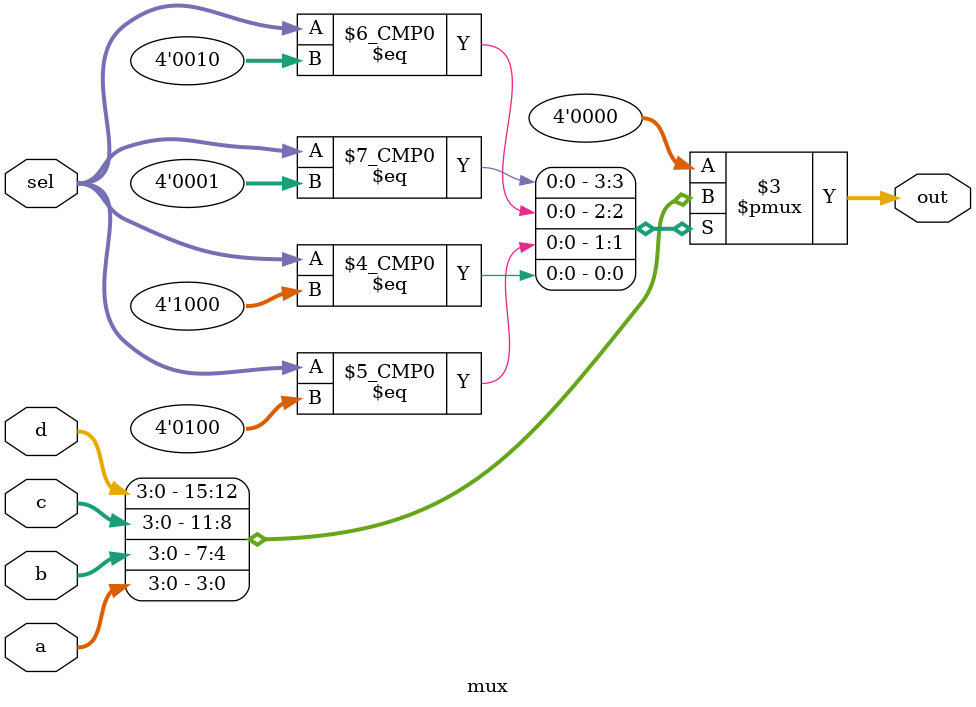
<source format=v>

`timescale 1ns/1ns

module mux(a, b, c, d, out, sel);
parameter n=4;

output reg [n-1:0] out;

input [n-1:0] a, b, c, d;

input [3:0] sel;

always @ (*) begin
	case (sel)
		4'b0001: out <= d;
		4'b0010: out <= c;
		4'b0100: out <= b;
		4'b1000: out <= a;
		default: out <= {n{1'b0}};
	endcase
end
endmodule

</source>
